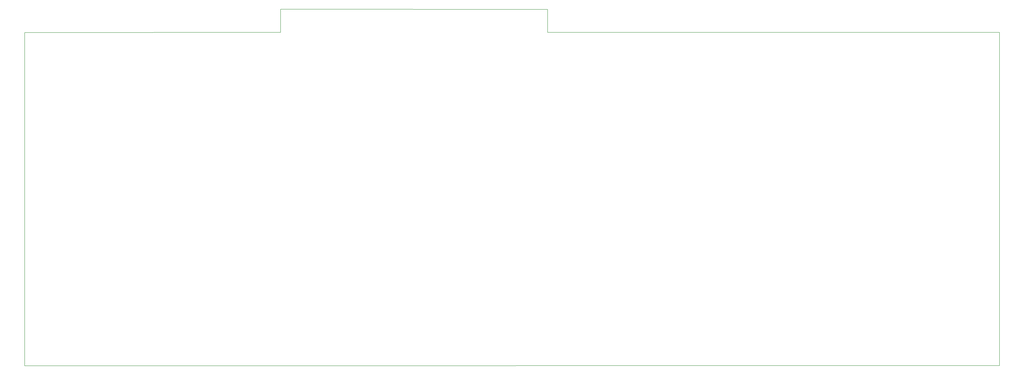
<source format=gbr>
%TF.GenerationSoftware,KiCad,Pcbnew,(6.99.0-2452-gdb4f2d9dd8)*%
%TF.CreationDate,2022-09-13T13:26:57+02:00*%
%TF.ProjectId,BEAMal_Rev1,4245414d-616c-45f5-9265-76312e6b6963,rev?*%
%TF.SameCoordinates,PXe1237f8PYe7db780*%
%TF.FileFunction,Profile,NP*%
%FSLAX46Y46*%
G04 Gerber Fmt 4.6, Leading zero omitted, Abs format (unit mm)*
G04 Created by KiCad (PCBNEW (6.99.0-2452-gdb4f2d9dd8)) date 2022-09-13 13:26:57*
%MOMM*%
%LPD*%
G01*
G04 APERTURE LIST*
%TA.AperFunction,Profile*%
%ADD10C,0.200000*%
%TD*%
G04 APERTURE END LIST*
D10*
X310300000Y-123700000D02*
X310300000Y-114500000D01*
X310300000Y-113400000D02*
X310300000Y-113700000D01*
X75300000Y-273800000D02*
X513300000Y-273700000D01*
X513300000Y-273700000D02*
X513300000Y-123700000D01*
X75300000Y-123800000D02*
X75300000Y-273800000D01*
X310300000Y-113700000D02*
X310300000Y-114500000D01*
X190300000Y-113300000D02*
X190300000Y-113600000D01*
X190300000Y-114400000D02*
X190300000Y-113600000D01*
X190300000Y-113300000D02*
X310300000Y-113400000D01*
X75300000Y-123800000D02*
X190300000Y-123700000D01*
X190300000Y-123700000D02*
X190300000Y-114400000D01*
X513300000Y-123700000D02*
X310300000Y-123700000D01*
M02*

</source>
